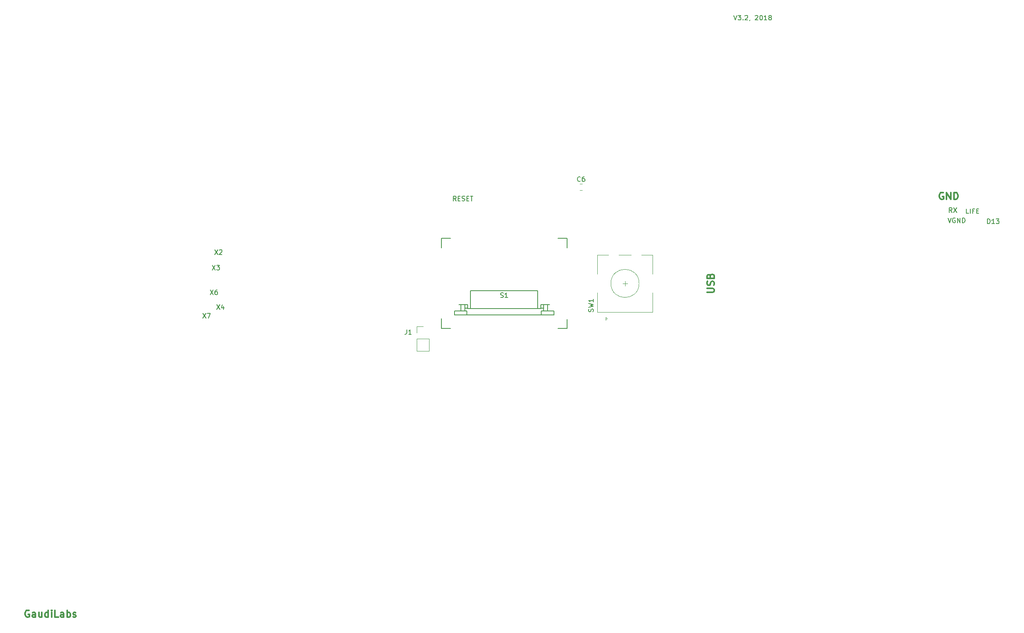
<source format=gbr>
G04 #@! TF.GenerationSoftware,KiCad,Pcbnew,5.0.2-bee76a0~70~ubuntu18.04.1*
G04 #@! TF.CreationDate,2019-06-21T11:09:07+02:00*
G04 #@! TF.ProjectId,RocketPCR,526f636b-6574-4504-9352-2e6b69636164,rev?*
G04 #@! TF.SameCoordinates,Original*
G04 #@! TF.FileFunction,Legend,Top*
G04 #@! TF.FilePolarity,Positive*
%FSLAX46Y46*%
G04 Gerber Fmt 4.6, Leading zero omitted, Abs format (unit mm)*
G04 Created by KiCad (PCBNEW 5.0.2-bee76a0~70~ubuntu18.04.1) date Fr 21 Jun 2019 11:09:07 CEST*
%MOMM*%
%LPD*%
G01*
G04 APERTURE LIST*
%ADD10C,0.150000*%
%ADD11C,0.200000*%
%ADD12C,0.300000*%
%ADD13C,0.120000*%
G04 APERTURE END LIST*
D10*
X129472619Y-82352380D02*
X129139285Y-81876190D01*
X128901190Y-82352380D02*
X128901190Y-81352380D01*
X129282142Y-81352380D01*
X129377380Y-81400000D01*
X129425000Y-81447619D01*
X129472619Y-81542857D01*
X129472619Y-81685714D01*
X129425000Y-81780952D01*
X129377380Y-81828571D01*
X129282142Y-81876190D01*
X128901190Y-81876190D01*
X129901190Y-81828571D02*
X130234523Y-81828571D01*
X130377380Y-82352380D02*
X129901190Y-82352380D01*
X129901190Y-81352380D01*
X130377380Y-81352380D01*
X130758333Y-82304761D02*
X130901190Y-82352380D01*
X131139285Y-82352380D01*
X131234523Y-82304761D01*
X131282142Y-82257142D01*
X131329761Y-82161904D01*
X131329761Y-82066666D01*
X131282142Y-81971428D01*
X131234523Y-81923809D01*
X131139285Y-81876190D01*
X130948809Y-81828571D01*
X130853571Y-81780952D01*
X130805952Y-81733333D01*
X130758333Y-81638095D01*
X130758333Y-81542857D01*
X130805952Y-81447619D01*
X130853571Y-81400000D01*
X130948809Y-81352380D01*
X131186904Y-81352380D01*
X131329761Y-81400000D01*
X131758333Y-81828571D02*
X132091666Y-81828571D01*
X132234523Y-82352380D02*
X131758333Y-82352380D01*
X131758333Y-81352380D01*
X132234523Y-81352380D01*
X132520238Y-81352380D02*
X133091666Y-81352380D01*
X132805952Y-82352380D02*
X132805952Y-81352380D01*
D11*
X234229857Y-85992380D02*
X234563190Y-86992380D01*
X234896523Y-85992380D01*
X235753666Y-86040000D02*
X235658428Y-85992380D01*
X235515571Y-85992380D01*
X235372714Y-86040000D01*
X235277476Y-86135238D01*
X235229857Y-86230476D01*
X235182238Y-86420952D01*
X235182238Y-86563809D01*
X235229857Y-86754285D01*
X235277476Y-86849523D01*
X235372714Y-86944761D01*
X235515571Y-86992380D01*
X235610809Y-86992380D01*
X235753666Y-86944761D01*
X235801285Y-86897142D01*
X235801285Y-86563809D01*
X235610809Y-86563809D01*
X236229857Y-86992380D02*
X236229857Y-85992380D01*
X236801285Y-86992380D01*
X236801285Y-85992380D01*
X237277476Y-86992380D02*
X237277476Y-85992380D01*
X237515571Y-85992380D01*
X237658428Y-86040000D01*
X237753666Y-86135238D01*
X237801285Y-86230476D01*
X237848904Y-86420952D01*
X237848904Y-86563809D01*
X237801285Y-86754285D01*
X237753666Y-86849523D01*
X237658428Y-86944761D01*
X237515571Y-86992380D01*
X237277476Y-86992380D01*
X242622714Y-87212380D02*
X242622714Y-86212380D01*
X242860809Y-86212380D01*
X243003666Y-86260000D01*
X243098904Y-86355238D01*
X243146523Y-86450476D01*
X243194142Y-86640952D01*
X243194142Y-86783809D01*
X243146523Y-86974285D01*
X243098904Y-87069523D01*
X243003666Y-87164761D01*
X242860809Y-87212380D01*
X242622714Y-87212380D01*
X244146523Y-87212380D02*
X243575095Y-87212380D01*
X243860809Y-87212380D02*
X243860809Y-86212380D01*
X243765571Y-86355238D01*
X243670333Y-86450476D01*
X243575095Y-86498095D01*
X244479857Y-86212380D02*
X245098904Y-86212380D01*
X244765571Y-86593333D01*
X244908428Y-86593333D01*
X245003666Y-86640952D01*
X245051285Y-86688571D01*
X245098904Y-86783809D01*
X245098904Y-87021904D01*
X245051285Y-87117142D01*
X245003666Y-87164761D01*
X244908428Y-87212380D01*
X244622714Y-87212380D01*
X244527476Y-87164761D01*
X244479857Y-87117142D01*
X238637476Y-85042380D02*
X238161285Y-85042380D01*
X238161285Y-84042380D01*
X238970809Y-85042380D02*
X238970809Y-84042380D01*
X239780333Y-84518571D02*
X239447000Y-84518571D01*
X239447000Y-85042380D02*
X239447000Y-84042380D01*
X239923190Y-84042380D01*
X240304142Y-84518571D02*
X240637476Y-84518571D01*
X240780333Y-85042380D02*
X240304142Y-85042380D01*
X240304142Y-84042380D01*
X240780333Y-84042380D01*
D12*
X182928571Y-101867857D02*
X184142857Y-101867857D01*
X184285714Y-101796428D01*
X184357142Y-101725000D01*
X184428571Y-101582142D01*
X184428571Y-101296428D01*
X184357142Y-101153571D01*
X184285714Y-101082142D01*
X184142857Y-101010714D01*
X182928571Y-101010714D01*
X184357142Y-100367857D02*
X184428571Y-100153571D01*
X184428571Y-99796428D01*
X184357142Y-99653571D01*
X184285714Y-99582142D01*
X184142857Y-99510714D01*
X184000000Y-99510714D01*
X183857142Y-99582142D01*
X183785714Y-99653571D01*
X183714285Y-99796428D01*
X183642857Y-100082142D01*
X183571428Y-100225000D01*
X183500000Y-100296428D01*
X183357142Y-100367857D01*
X183214285Y-100367857D01*
X183071428Y-100296428D01*
X183000000Y-100225000D01*
X182928571Y-100082142D01*
X182928571Y-99725000D01*
X183000000Y-99510714D01*
X183642857Y-98367857D02*
X183714285Y-98153571D01*
X183785714Y-98082142D01*
X183928571Y-98010714D01*
X184142857Y-98010714D01*
X184285714Y-98082142D01*
X184357142Y-98153571D01*
X184428571Y-98296428D01*
X184428571Y-98867857D01*
X182928571Y-98867857D01*
X182928571Y-98367857D01*
X183000000Y-98225000D01*
X183071428Y-98153571D01*
X183214285Y-98082142D01*
X183357142Y-98082142D01*
X183500000Y-98153571D01*
X183571428Y-98225000D01*
X183642857Y-98367857D01*
X183642857Y-98867857D01*
X38588571Y-169700000D02*
X38445714Y-169628571D01*
X38231428Y-169628571D01*
X38017142Y-169700000D01*
X37874285Y-169842857D01*
X37802857Y-169985714D01*
X37731428Y-170271428D01*
X37731428Y-170485714D01*
X37802857Y-170771428D01*
X37874285Y-170914285D01*
X38017142Y-171057142D01*
X38231428Y-171128571D01*
X38374285Y-171128571D01*
X38588571Y-171057142D01*
X38660000Y-170985714D01*
X38660000Y-170485714D01*
X38374285Y-170485714D01*
X39945714Y-171128571D02*
X39945714Y-170342857D01*
X39874285Y-170200000D01*
X39731428Y-170128571D01*
X39445714Y-170128571D01*
X39302857Y-170200000D01*
X39945714Y-171057142D02*
X39802857Y-171128571D01*
X39445714Y-171128571D01*
X39302857Y-171057142D01*
X39231428Y-170914285D01*
X39231428Y-170771428D01*
X39302857Y-170628571D01*
X39445714Y-170557142D01*
X39802857Y-170557142D01*
X39945714Y-170485714D01*
X41302857Y-170128571D02*
X41302857Y-171128571D01*
X40660000Y-170128571D02*
X40660000Y-170914285D01*
X40731428Y-171057142D01*
X40874285Y-171128571D01*
X41088571Y-171128571D01*
X41231428Y-171057142D01*
X41302857Y-170985714D01*
X42660000Y-171128571D02*
X42660000Y-169628571D01*
X42660000Y-171057142D02*
X42517142Y-171128571D01*
X42231428Y-171128571D01*
X42088571Y-171057142D01*
X42017142Y-170985714D01*
X41945714Y-170842857D01*
X41945714Y-170414285D01*
X42017142Y-170271428D01*
X42088571Y-170200000D01*
X42231428Y-170128571D01*
X42517142Y-170128571D01*
X42660000Y-170200000D01*
X43374285Y-171128571D02*
X43374285Y-170128571D01*
X43374285Y-169628571D02*
X43302857Y-169700000D01*
X43374285Y-169771428D01*
X43445714Y-169700000D01*
X43374285Y-169628571D01*
X43374285Y-169771428D01*
X44802857Y-171128571D02*
X44088571Y-171128571D01*
X44088571Y-169628571D01*
X45945714Y-171128571D02*
X45945714Y-170342857D01*
X45874285Y-170200000D01*
X45731428Y-170128571D01*
X45445714Y-170128571D01*
X45302857Y-170200000D01*
X45945714Y-171057142D02*
X45802857Y-171128571D01*
X45445714Y-171128571D01*
X45302857Y-171057142D01*
X45231428Y-170914285D01*
X45231428Y-170771428D01*
X45302857Y-170628571D01*
X45445714Y-170557142D01*
X45802857Y-170557142D01*
X45945714Y-170485714D01*
X46660000Y-171128571D02*
X46660000Y-169628571D01*
X46660000Y-170200000D02*
X46802857Y-170128571D01*
X47088571Y-170128571D01*
X47231428Y-170200000D01*
X47302857Y-170271428D01*
X47374285Y-170414285D01*
X47374285Y-170842857D01*
X47302857Y-170985714D01*
X47231428Y-171057142D01*
X47088571Y-171128571D01*
X46802857Y-171128571D01*
X46660000Y-171057142D01*
X47945714Y-171057142D02*
X48088571Y-171128571D01*
X48374285Y-171128571D01*
X48517142Y-171057142D01*
X48588571Y-170914285D01*
X48588571Y-170842857D01*
X48517142Y-170700000D01*
X48374285Y-170628571D01*
X48160000Y-170628571D01*
X48017142Y-170557142D01*
X47945714Y-170414285D01*
X47945714Y-170342857D01*
X48017142Y-170200000D01*
X48160000Y-170128571D01*
X48374285Y-170128571D01*
X48517142Y-170200000D01*
D11*
X188622380Y-42802380D02*
X188955714Y-43802380D01*
X189289047Y-42802380D01*
X189527142Y-42802380D02*
X190146190Y-42802380D01*
X189812857Y-43183333D01*
X189955714Y-43183333D01*
X190050952Y-43230952D01*
X190098571Y-43278571D01*
X190146190Y-43373809D01*
X190146190Y-43611904D01*
X190098571Y-43707142D01*
X190050952Y-43754761D01*
X189955714Y-43802380D01*
X189670000Y-43802380D01*
X189574761Y-43754761D01*
X189527142Y-43707142D01*
X190574761Y-43707142D02*
X190622380Y-43754761D01*
X190574761Y-43802380D01*
X190527142Y-43754761D01*
X190574761Y-43707142D01*
X190574761Y-43802380D01*
X191003333Y-42897619D02*
X191050952Y-42850000D01*
X191146190Y-42802380D01*
X191384285Y-42802380D01*
X191479523Y-42850000D01*
X191527142Y-42897619D01*
X191574761Y-42992857D01*
X191574761Y-43088095D01*
X191527142Y-43230952D01*
X190955714Y-43802380D01*
X191574761Y-43802380D01*
X192050952Y-43754761D02*
X192050952Y-43802380D01*
X192003333Y-43897619D01*
X191955714Y-43945238D01*
X193193809Y-42897619D02*
X193241428Y-42850000D01*
X193336666Y-42802380D01*
X193574761Y-42802380D01*
X193670000Y-42850000D01*
X193717619Y-42897619D01*
X193765238Y-42992857D01*
X193765238Y-43088095D01*
X193717619Y-43230952D01*
X193146190Y-43802380D01*
X193765238Y-43802380D01*
X194384285Y-42802380D02*
X194479523Y-42802380D01*
X194574761Y-42850000D01*
X194622380Y-42897619D01*
X194670000Y-42992857D01*
X194717619Y-43183333D01*
X194717619Y-43421428D01*
X194670000Y-43611904D01*
X194622380Y-43707142D01*
X194574761Y-43754761D01*
X194479523Y-43802380D01*
X194384285Y-43802380D01*
X194289047Y-43754761D01*
X194241428Y-43707142D01*
X194193809Y-43611904D01*
X194146190Y-43421428D01*
X194146190Y-43183333D01*
X194193809Y-42992857D01*
X194241428Y-42897619D01*
X194289047Y-42850000D01*
X194384285Y-42802380D01*
X195670000Y-43802380D02*
X195098571Y-43802380D01*
X195384285Y-43802380D02*
X195384285Y-42802380D01*
X195289047Y-42945238D01*
X195193809Y-43040476D01*
X195098571Y-43088095D01*
X196241428Y-43230952D02*
X196146190Y-43183333D01*
X196098571Y-43135714D01*
X196050952Y-43040476D01*
X196050952Y-42992857D01*
X196098571Y-42897619D01*
X196146190Y-42850000D01*
X196241428Y-42802380D01*
X196431904Y-42802380D01*
X196527142Y-42850000D01*
X196574761Y-42897619D01*
X196622380Y-42992857D01*
X196622380Y-43040476D01*
X196574761Y-43135714D01*
X196527142Y-43183333D01*
X196431904Y-43230952D01*
X196241428Y-43230952D01*
X196146190Y-43278571D01*
X196098571Y-43326190D01*
X196050952Y-43421428D01*
X196050952Y-43611904D01*
X196098571Y-43707142D01*
X196146190Y-43754761D01*
X196241428Y-43802380D01*
X196431904Y-43802380D01*
X196527142Y-43754761D01*
X196574761Y-43707142D01*
X196622380Y-43611904D01*
X196622380Y-43421428D01*
X196574761Y-43326190D01*
X196527142Y-43278571D01*
X196431904Y-43230952D01*
D12*
X233224142Y-80630000D02*
X233081285Y-80558571D01*
X232867000Y-80558571D01*
X232652714Y-80630000D01*
X232509857Y-80772857D01*
X232438428Y-80915714D01*
X232367000Y-81201428D01*
X232367000Y-81415714D01*
X232438428Y-81701428D01*
X232509857Y-81844285D01*
X232652714Y-81987142D01*
X232867000Y-82058571D01*
X233009857Y-82058571D01*
X233224142Y-81987142D01*
X233295571Y-81915714D01*
X233295571Y-81415714D01*
X233009857Y-81415714D01*
X233938428Y-82058571D02*
X233938428Y-80558571D01*
X234795571Y-82058571D01*
X234795571Y-80558571D01*
X235509857Y-82058571D02*
X235509857Y-80558571D01*
X235867000Y-80558571D01*
X236081285Y-80630000D01*
X236224142Y-80772857D01*
X236295571Y-80915714D01*
X236367000Y-81201428D01*
X236367000Y-81415714D01*
X236295571Y-81701428D01*
X236224142Y-81844285D01*
X236081285Y-81987142D01*
X235867000Y-82058571D01*
X235509857Y-82058571D01*
D11*
X235080333Y-84812380D02*
X234747000Y-84336190D01*
X234508904Y-84812380D02*
X234508904Y-83812380D01*
X234889857Y-83812380D01*
X234985095Y-83860000D01*
X235032714Y-83907619D01*
X235080333Y-84002857D01*
X235080333Y-84145714D01*
X235032714Y-84240952D01*
X234985095Y-84288571D01*
X234889857Y-84336190D01*
X234508904Y-84336190D01*
X235413666Y-83812380D02*
X236080333Y-84812380D01*
X236080333Y-83812380D02*
X235413666Y-84812380D01*
D10*
G04 #@! TO.C,S1*
X153137000Y-90330000D02*
X151137000Y-90330000D01*
X153137000Y-90330000D02*
X153137000Y-92330000D01*
X153137000Y-109530000D02*
X153137000Y-107630000D01*
X153137000Y-109530000D02*
X151137000Y-109530000D01*
X126337000Y-109530000D02*
X128337000Y-109530000D01*
X126337000Y-109530000D02*
X126337000Y-107430000D01*
X126337000Y-90330000D02*
X126337000Y-92330000D01*
X126337000Y-90330000D02*
X128337000Y-90330000D01*
X132574200Y-101490000D02*
X132574200Y-105308000D01*
X130074200Y-104495200D02*
X131979200Y-104495200D01*
X131979200Y-104495200D02*
X131979200Y-105308000D01*
X131979200Y-105308000D02*
X147494800Y-105308000D01*
X147494800Y-105308000D02*
X147494800Y-104495200D01*
X147494800Y-104495200D02*
X149399800Y-104495200D01*
X146899800Y-105308000D02*
X146899800Y-101490000D01*
X148942600Y-104495200D02*
X148942600Y-105866800D01*
X147494800Y-105206400D02*
X148129800Y-105206400D01*
X148129800Y-104495200D02*
X148129800Y-105866800D01*
X131979200Y-105206400D02*
X131344200Y-105206400D01*
X130531400Y-104495200D02*
X130531400Y-105866800D01*
X131344200Y-104495200D02*
X131344200Y-105866800D01*
X129185200Y-106679600D02*
X129185200Y-105866800D01*
X129185200Y-105866800D02*
X131826800Y-105866800D01*
X131826800Y-105866800D02*
X131826800Y-106679600D01*
X129185200Y-106679600D02*
X150288800Y-106679600D01*
X150288800Y-106679600D02*
X150288800Y-105866800D01*
X150288800Y-105866800D02*
X147647200Y-105866800D01*
X147647200Y-105866800D02*
X147647200Y-106679600D01*
X132574200Y-101490000D02*
X146899800Y-101490000D01*
D13*
G04 #@! TO.C,SW1*
X165457000Y-100455000D02*
X165457000Y-99455000D01*
X164957000Y-99955000D02*
X165957000Y-99955000D01*
X168957000Y-93855000D02*
X171357000Y-93855000D01*
X164157000Y-93855000D02*
X166757000Y-93855000D01*
X159557000Y-93855000D02*
X161957000Y-93855000D01*
X161357000Y-107155000D02*
X161657000Y-107455000D01*
X161357000Y-107755000D02*
X161357000Y-107155000D01*
X161657000Y-107455000D02*
X161357000Y-107755000D01*
X159557000Y-106055000D02*
X171357000Y-106055000D01*
X159557000Y-101955000D02*
X159557000Y-106055000D01*
X171357000Y-101955000D02*
X171357000Y-106055000D01*
X171357000Y-93855000D02*
X171357000Y-97955000D01*
X159557000Y-97955000D02*
X159557000Y-93855000D01*
X168457000Y-99955000D02*
G75*
G03X168457000Y-99955000I-3000000J0D01*
G01*
G04 #@! TO.C,J1*
X121105200Y-114340600D02*
X123765200Y-114340600D01*
X121105200Y-111740600D02*
X121105200Y-114340600D01*
X123765200Y-111740600D02*
X123765200Y-114340600D01*
X121105200Y-111740600D02*
X123765200Y-111740600D01*
X121105200Y-110470600D02*
X121105200Y-109140600D01*
X121105200Y-109140600D02*
X122435200Y-109140600D01*
G04 #@! TO.C,C6*
X155857022Y-80116400D02*
X156374178Y-80116400D01*
X155857022Y-78696400D02*
X156374178Y-78696400D01*
G04 #@! TO.C,S1*
D10*
X138975095Y-102918761D02*
X139117952Y-102966380D01*
X139356047Y-102966380D01*
X139451285Y-102918761D01*
X139498904Y-102871142D01*
X139546523Y-102775904D01*
X139546523Y-102680666D01*
X139498904Y-102585428D01*
X139451285Y-102537809D01*
X139356047Y-102490190D01*
X139165571Y-102442571D01*
X139070333Y-102394952D01*
X139022714Y-102347333D01*
X138975095Y-102252095D01*
X138975095Y-102156857D01*
X139022714Y-102061619D01*
X139070333Y-102014000D01*
X139165571Y-101966380D01*
X139403666Y-101966380D01*
X139546523Y-102014000D01*
X140498904Y-102966380D02*
X139927476Y-102966380D01*
X140213190Y-102966380D02*
X140213190Y-101966380D01*
X140117952Y-102109238D01*
X140022714Y-102204476D01*
X139927476Y-102252095D01*
G04 #@! TO.C,SW1*
X158661761Y-105988333D02*
X158709380Y-105845476D01*
X158709380Y-105607380D01*
X158661761Y-105512142D01*
X158614142Y-105464523D01*
X158518904Y-105416904D01*
X158423666Y-105416904D01*
X158328428Y-105464523D01*
X158280809Y-105512142D01*
X158233190Y-105607380D01*
X158185571Y-105797857D01*
X158137952Y-105893095D01*
X158090333Y-105940714D01*
X157995095Y-105988333D01*
X157899857Y-105988333D01*
X157804619Y-105940714D01*
X157757000Y-105893095D01*
X157709380Y-105797857D01*
X157709380Y-105559761D01*
X157757000Y-105416904D01*
X157709380Y-105083571D02*
X158709380Y-104845476D01*
X157995095Y-104655000D01*
X158709380Y-104464523D01*
X157709380Y-104226428D01*
X158709380Y-103321666D02*
X158709380Y-103893095D01*
X158709380Y-103607380D02*
X157709380Y-103607380D01*
X157852238Y-103702619D01*
X157947476Y-103797857D01*
X157995095Y-103893095D01*
G04 #@! TO.C,J1*
X118972866Y-109795980D02*
X118972866Y-110510266D01*
X118925247Y-110653123D01*
X118830009Y-110748361D01*
X118687152Y-110795980D01*
X118591914Y-110795980D01*
X119972866Y-110795980D02*
X119401438Y-110795980D01*
X119687152Y-110795980D02*
X119687152Y-109795980D01*
X119591914Y-109938838D01*
X119496676Y-110034076D01*
X119401438Y-110081695D01*
G04 #@! TO.C,C6*
X155948933Y-78113542D02*
X155901314Y-78161161D01*
X155758457Y-78208780D01*
X155663219Y-78208780D01*
X155520361Y-78161161D01*
X155425123Y-78065923D01*
X155377504Y-77970685D01*
X155329885Y-77780209D01*
X155329885Y-77637352D01*
X155377504Y-77446876D01*
X155425123Y-77351638D01*
X155520361Y-77256400D01*
X155663219Y-77208780D01*
X155758457Y-77208780D01*
X155901314Y-77256400D01*
X155948933Y-77304019D01*
X156806076Y-77208780D02*
X156615600Y-77208780D01*
X156520361Y-77256400D01*
X156472742Y-77304019D01*
X156377504Y-77446876D01*
X156329885Y-77637352D01*
X156329885Y-78018304D01*
X156377504Y-78113542D01*
X156425123Y-78161161D01*
X156520361Y-78208780D01*
X156710838Y-78208780D01*
X156806076Y-78161161D01*
X156853695Y-78113542D01*
X156901314Y-78018304D01*
X156901314Y-77780209D01*
X156853695Y-77684971D01*
X156806076Y-77637352D01*
X156710838Y-77589733D01*
X156520361Y-77589733D01*
X156425123Y-77637352D01*
X156377504Y-77684971D01*
X156329885Y-77780209D01*
G04 #@! TO.C,X3*
X77569476Y-96071380D02*
X78236142Y-97071380D01*
X78236142Y-96071380D02*
X77569476Y-97071380D01*
X78521857Y-96071380D02*
X79140904Y-96071380D01*
X78807571Y-96452333D01*
X78950428Y-96452333D01*
X79045666Y-96499952D01*
X79093285Y-96547571D01*
X79140904Y-96642809D01*
X79140904Y-96880904D01*
X79093285Y-96976142D01*
X79045666Y-97023761D01*
X78950428Y-97071380D01*
X78664714Y-97071380D01*
X78569476Y-97023761D01*
X78521857Y-96976142D01*
G04 #@! TO.C,X2*
X78093476Y-92767380D02*
X78760142Y-93767380D01*
X78760142Y-92767380D02*
X78093476Y-93767380D01*
X79093476Y-92862619D02*
X79141095Y-92815000D01*
X79236333Y-92767380D01*
X79474428Y-92767380D01*
X79569666Y-92815000D01*
X79617285Y-92862619D01*
X79664904Y-92957857D01*
X79664904Y-93053095D01*
X79617285Y-93195952D01*
X79045857Y-93767380D01*
X79664904Y-93767380D01*
G04 #@! TO.C,X4*
X78518476Y-104513380D02*
X79185142Y-105513380D01*
X79185142Y-104513380D02*
X78518476Y-105513380D01*
X79994666Y-104846714D02*
X79994666Y-105513380D01*
X79756571Y-104465761D02*
X79518476Y-105180047D01*
X80137523Y-105180047D01*
G04 #@! TO.C,X6*
X77144476Y-101339380D02*
X77811142Y-102339380D01*
X77811142Y-101339380D02*
X77144476Y-102339380D01*
X78620666Y-101339380D02*
X78430190Y-101339380D01*
X78334952Y-101387000D01*
X78287333Y-101434619D01*
X78192095Y-101577476D01*
X78144476Y-101767952D01*
X78144476Y-102148904D01*
X78192095Y-102244142D01*
X78239714Y-102291761D01*
X78334952Y-102339380D01*
X78525428Y-102339380D01*
X78620666Y-102291761D01*
X78668285Y-102244142D01*
X78715904Y-102148904D01*
X78715904Y-101910809D01*
X78668285Y-101815571D01*
X78620666Y-101767952D01*
X78525428Y-101720333D01*
X78334952Y-101720333D01*
X78239714Y-101767952D01*
X78192095Y-101815571D01*
X78144476Y-101910809D01*
G04 #@! TO.C,X7*
X75541476Y-106345380D02*
X76208142Y-107345380D01*
X76208142Y-106345380D02*
X75541476Y-107345380D01*
X76493857Y-106345380D02*
X77160523Y-106345380D01*
X76731952Y-107345380D01*
G04 #@! TD*
M02*

</source>
